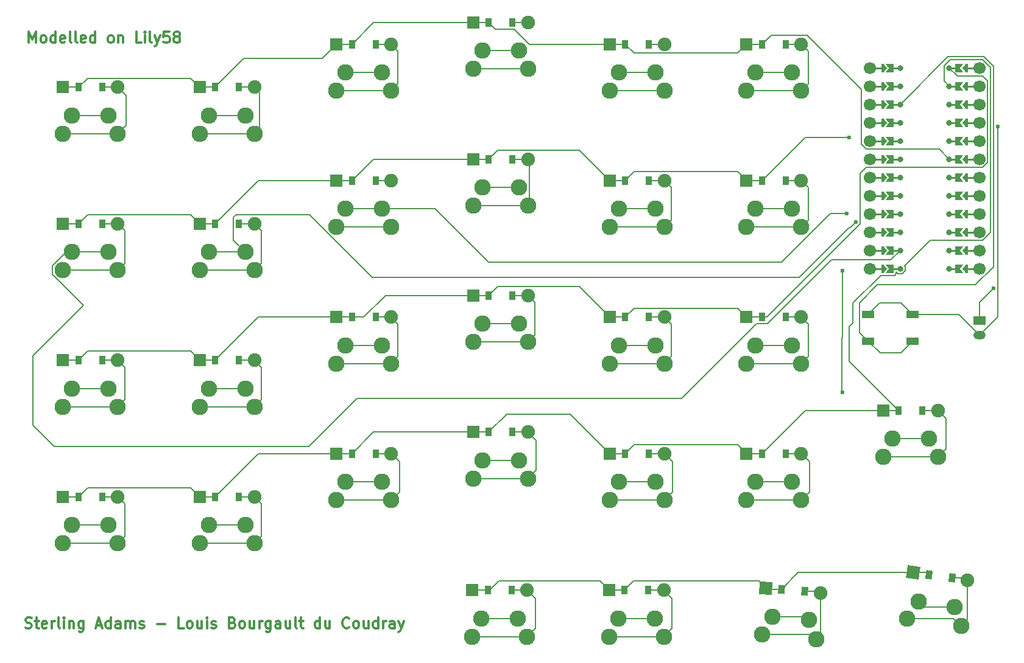
<source format=gbr>
%TF.GenerationSoftware,KiCad,Pcbnew,9.0.5*%
%TF.CreationDate,2025-11-01T14:53:46+08:00*%
%TF.ProjectId,main,6d61696e-2e6b-4696-9361-645f70636258,v1.0.0*%
%TF.SameCoordinates,Original*%
%TF.FileFunction,Copper,L1,Top*%
%TF.FilePolarity,Positive*%
%FSLAX46Y46*%
G04 Gerber Fmt 4.6, Leading zero omitted, Abs format (unit mm)*
G04 Created by KiCad (PCBNEW 9.0.5) date 2025-11-01 14:53:46*
%MOMM*%
%LPD*%
G01*
G04 APERTURE LIST*
G04 Aperture macros list*
%AMRotRect*
0 Rectangle, with rotation*
0 The origin of the aperture is its center*
0 $1 length*
0 $2 width*
0 $3 Rotation angle, in degrees counterclockwise*
0 Add horizontal line*
21,1,$1,$2,0,0,$3*%
%AMFreePoly0*
4,1,6,0.250000,0.000000,-0.250000,-0.625000,-0.500000,-0.625000,-0.500000,0.625000,-0.250000,0.625000,0.250000,0.000000,0.250000,0.000000,$1*%
%AMFreePoly1*
4,1,6,0.500000,-0.625000,-0.650000,-0.625000,-0.150000,0.000000,-0.650000,0.625000,0.500000,0.625000,0.500000,-0.625000,0.500000,-0.625000,$1*%
G04 Aperture macros list end*
%ADD10C,0.300000*%
%TA.AperFunction,NonConductor*%
%ADD11C,0.300000*%
%TD*%
%TA.AperFunction,SMDPad,CuDef*%
%ADD12R,1.800000X1.100000*%
%TD*%
%TA.AperFunction,ComponentPad*%
%ADD13C,2.286000*%
%TD*%
%TA.AperFunction,ComponentPad*%
%ADD14R,1.778000X1.778000*%
%TD*%
%TA.AperFunction,SMDPad,CuDef*%
%ADD15R,0.900000X1.200000*%
%TD*%
%TA.AperFunction,ComponentPad*%
%ADD16C,1.905000*%
%TD*%
%TA.AperFunction,ComponentPad*%
%ADD17RotRect,1.778000X1.778000X352.000000*%
%TD*%
%TA.AperFunction,SMDPad,CuDef*%
%ADD18RotRect,0.900000X1.200000X352.000000*%
%TD*%
%TA.AperFunction,SMDPad,CuDef*%
%ADD19FreePoly0,180.000000*%
%TD*%
%TA.AperFunction,ComponentPad*%
%ADD20C,1.700000*%
%TD*%
%TA.AperFunction,SMDPad,CuDef*%
%ADD21FreePoly0,0.000000*%
%TD*%
%TA.AperFunction,ComponentPad*%
%ADD22C,0.800000*%
%TD*%
%TA.AperFunction,SMDPad,CuDef*%
%ADD23FreePoly1,180.000000*%
%TD*%
%TA.AperFunction,SMDPad,CuDef*%
%ADD24FreePoly1,0.000000*%
%TD*%
%TA.AperFunction,ComponentPad*%
%ADD25R,1.700000X1.200000*%
%TD*%
%TA.AperFunction,ComponentPad*%
%ADD26O,1.700000X1.200000*%
%TD*%
%TA.AperFunction,ComponentPad*%
%ADD27RotRect,1.778000X1.778000X355.000000*%
%TD*%
%TA.AperFunction,SMDPad,CuDef*%
%ADD28RotRect,0.900000X1.200000X355.000000*%
%TD*%
%TA.AperFunction,ViaPad*%
%ADD29C,0.600000*%
%TD*%
%TA.AperFunction,Conductor*%
%ADD30C,0.200000*%
%TD*%
%TA.AperFunction,Conductor*%
%ADD31C,0.250000*%
%TD*%
G04 APERTURE END LIST*
D10*
D11*
X21054510Y-23300828D02*
X21054510Y-21800828D01*
X21054510Y-21800828D02*
X21554510Y-22872257D01*
X21554510Y-22872257D02*
X22054510Y-21800828D01*
X22054510Y-21800828D02*
X22054510Y-23300828D01*
X22983082Y-23300828D02*
X22840225Y-23229400D01*
X22840225Y-23229400D02*
X22768796Y-23157971D01*
X22768796Y-23157971D02*
X22697368Y-23015114D01*
X22697368Y-23015114D02*
X22697368Y-22586542D01*
X22697368Y-22586542D02*
X22768796Y-22443685D01*
X22768796Y-22443685D02*
X22840225Y-22372257D01*
X22840225Y-22372257D02*
X22983082Y-22300828D01*
X22983082Y-22300828D02*
X23197368Y-22300828D01*
X23197368Y-22300828D02*
X23340225Y-22372257D01*
X23340225Y-22372257D02*
X23411654Y-22443685D01*
X23411654Y-22443685D02*
X23483082Y-22586542D01*
X23483082Y-22586542D02*
X23483082Y-23015114D01*
X23483082Y-23015114D02*
X23411654Y-23157971D01*
X23411654Y-23157971D02*
X23340225Y-23229400D01*
X23340225Y-23229400D02*
X23197368Y-23300828D01*
X23197368Y-23300828D02*
X22983082Y-23300828D01*
X24768797Y-23300828D02*
X24768797Y-21800828D01*
X24768797Y-23229400D02*
X24625939Y-23300828D01*
X24625939Y-23300828D02*
X24340225Y-23300828D01*
X24340225Y-23300828D02*
X24197368Y-23229400D01*
X24197368Y-23229400D02*
X24125939Y-23157971D01*
X24125939Y-23157971D02*
X24054511Y-23015114D01*
X24054511Y-23015114D02*
X24054511Y-22586542D01*
X24054511Y-22586542D02*
X24125939Y-22443685D01*
X24125939Y-22443685D02*
X24197368Y-22372257D01*
X24197368Y-22372257D02*
X24340225Y-22300828D01*
X24340225Y-22300828D02*
X24625939Y-22300828D01*
X24625939Y-22300828D02*
X24768797Y-22372257D01*
X26054511Y-23229400D02*
X25911654Y-23300828D01*
X25911654Y-23300828D02*
X25625940Y-23300828D01*
X25625940Y-23300828D02*
X25483082Y-23229400D01*
X25483082Y-23229400D02*
X25411654Y-23086542D01*
X25411654Y-23086542D02*
X25411654Y-22515114D01*
X25411654Y-22515114D02*
X25483082Y-22372257D01*
X25483082Y-22372257D02*
X25625940Y-22300828D01*
X25625940Y-22300828D02*
X25911654Y-22300828D01*
X25911654Y-22300828D02*
X26054511Y-22372257D01*
X26054511Y-22372257D02*
X26125940Y-22515114D01*
X26125940Y-22515114D02*
X26125940Y-22657971D01*
X26125940Y-22657971D02*
X25411654Y-22800828D01*
X26983082Y-23300828D02*
X26840225Y-23229400D01*
X26840225Y-23229400D02*
X26768796Y-23086542D01*
X26768796Y-23086542D02*
X26768796Y-21800828D01*
X27768796Y-23300828D02*
X27625939Y-23229400D01*
X27625939Y-23229400D02*
X27554510Y-23086542D01*
X27554510Y-23086542D02*
X27554510Y-21800828D01*
X28911653Y-23229400D02*
X28768796Y-23300828D01*
X28768796Y-23300828D02*
X28483082Y-23300828D01*
X28483082Y-23300828D02*
X28340224Y-23229400D01*
X28340224Y-23229400D02*
X28268796Y-23086542D01*
X28268796Y-23086542D02*
X28268796Y-22515114D01*
X28268796Y-22515114D02*
X28340224Y-22372257D01*
X28340224Y-22372257D02*
X28483082Y-22300828D01*
X28483082Y-22300828D02*
X28768796Y-22300828D01*
X28768796Y-22300828D02*
X28911653Y-22372257D01*
X28911653Y-22372257D02*
X28983082Y-22515114D01*
X28983082Y-22515114D02*
X28983082Y-22657971D01*
X28983082Y-22657971D02*
X28268796Y-22800828D01*
X30268796Y-23300828D02*
X30268796Y-21800828D01*
X30268796Y-23229400D02*
X30125938Y-23300828D01*
X30125938Y-23300828D02*
X29840224Y-23300828D01*
X29840224Y-23300828D02*
X29697367Y-23229400D01*
X29697367Y-23229400D02*
X29625938Y-23157971D01*
X29625938Y-23157971D02*
X29554510Y-23015114D01*
X29554510Y-23015114D02*
X29554510Y-22586542D01*
X29554510Y-22586542D02*
X29625938Y-22443685D01*
X29625938Y-22443685D02*
X29697367Y-22372257D01*
X29697367Y-22372257D02*
X29840224Y-22300828D01*
X29840224Y-22300828D02*
X30125938Y-22300828D01*
X30125938Y-22300828D02*
X30268796Y-22372257D01*
X32340224Y-23300828D02*
X32197367Y-23229400D01*
X32197367Y-23229400D02*
X32125938Y-23157971D01*
X32125938Y-23157971D02*
X32054510Y-23015114D01*
X32054510Y-23015114D02*
X32054510Y-22586542D01*
X32054510Y-22586542D02*
X32125938Y-22443685D01*
X32125938Y-22443685D02*
X32197367Y-22372257D01*
X32197367Y-22372257D02*
X32340224Y-22300828D01*
X32340224Y-22300828D02*
X32554510Y-22300828D01*
X32554510Y-22300828D02*
X32697367Y-22372257D01*
X32697367Y-22372257D02*
X32768796Y-22443685D01*
X32768796Y-22443685D02*
X32840224Y-22586542D01*
X32840224Y-22586542D02*
X32840224Y-23015114D01*
X32840224Y-23015114D02*
X32768796Y-23157971D01*
X32768796Y-23157971D02*
X32697367Y-23229400D01*
X32697367Y-23229400D02*
X32554510Y-23300828D01*
X32554510Y-23300828D02*
X32340224Y-23300828D01*
X33483081Y-22300828D02*
X33483081Y-23300828D01*
X33483081Y-22443685D02*
X33554510Y-22372257D01*
X33554510Y-22372257D02*
X33697367Y-22300828D01*
X33697367Y-22300828D02*
X33911653Y-22300828D01*
X33911653Y-22300828D02*
X34054510Y-22372257D01*
X34054510Y-22372257D02*
X34125939Y-22515114D01*
X34125939Y-22515114D02*
X34125939Y-23300828D01*
X36697367Y-23300828D02*
X35983081Y-23300828D01*
X35983081Y-23300828D02*
X35983081Y-21800828D01*
X37197367Y-23300828D02*
X37197367Y-22300828D01*
X37197367Y-21800828D02*
X37125939Y-21872257D01*
X37125939Y-21872257D02*
X37197367Y-21943685D01*
X37197367Y-21943685D02*
X37268796Y-21872257D01*
X37268796Y-21872257D02*
X37197367Y-21800828D01*
X37197367Y-21800828D02*
X37197367Y-21943685D01*
X38125939Y-23300828D02*
X37983082Y-23229400D01*
X37983082Y-23229400D02*
X37911653Y-23086542D01*
X37911653Y-23086542D02*
X37911653Y-21800828D01*
X38554510Y-22300828D02*
X38911653Y-23300828D01*
X39268796Y-22300828D02*
X38911653Y-23300828D01*
X38911653Y-23300828D02*
X38768796Y-23657971D01*
X38768796Y-23657971D02*
X38697367Y-23729400D01*
X38697367Y-23729400D02*
X38554510Y-23800828D01*
X40554510Y-21800828D02*
X39840224Y-21800828D01*
X39840224Y-21800828D02*
X39768796Y-22515114D01*
X39768796Y-22515114D02*
X39840224Y-22443685D01*
X39840224Y-22443685D02*
X39983082Y-22372257D01*
X39983082Y-22372257D02*
X40340224Y-22372257D01*
X40340224Y-22372257D02*
X40483082Y-22443685D01*
X40483082Y-22443685D02*
X40554510Y-22515114D01*
X40554510Y-22515114D02*
X40625939Y-22657971D01*
X40625939Y-22657971D02*
X40625939Y-23015114D01*
X40625939Y-23015114D02*
X40554510Y-23157971D01*
X40554510Y-23157971D02*
X40483082Y-23229400D01*
X40483082Y-23229400D02*
X40340224Y-23300828D01*
X40340224Y-23300828D02*
X39983082Y-23300828D01*
X39983082Y-23300828D02*
X39840224Y-23229400D01*
X39840224Y-23229400D02*
X39768796Y-23157971D01*
X41483081Y-22443685D02*
X41340224Y-22372257D01*
X41340224Y-22372257D02*
X41268795Y-22300828D01*
X41268795Y-22300828D02*
X41197367Y-22157971D01*
X41197367Y-22157971D02*
X41197367Y-22086542D01*
X41197367Y-22086542D02*
X41268795Y-21943685D01*
X41268795Y-21943685D02*
X41340224Y-21872257D01*
X41340224Y-21872257D02*
X41483081Y-21800828D01*
X41483081Y-21800828D02*
X41768795Y-21800828D01*
X41768795Y-21800828D02*
X41911653Y-21872257D01*
X41911653Y-21872257D02*
X41983081Y-21943685D01*
X41983081Y-21943685D02*
X42054510Y-22086542D01*
X42054510Y-22086542D02*
X42054510Y-22157971D01*
X42054510Y-22157971D02*
X41983081Y-22300828D01*
X41983081Y-22300828D02*
X41911653Y-22372257D01*
X41911653Y-22372257D02*
X41768795Y-22443685D01*
X41768795Y-22443685D02*
X41483081Y-22443685D01*
X41483081Y-22443685D02*
X41340224Y-22515114D01*
X41340224Y-22515114D02*
X41268795Y-22586542D01*
X41268795Y-22586542D02*
X41197367Y-22729400D01*
X41197367Y-22729400D02*
X41197367Y-23015114D01*
X41197367Y-23015114D02*
X41268795Y-23157971D01*
X41268795Y-23157971D02*
X41340224Y-23229400D01*
X41340224Y-23229400D02*
X41483081Y-23300828D01*
X41483081Y-23300828D02*
X41768795Y-23300828D01*
X41768795Y-23300828D02*
X41911653Y-23229400D01*
X41911653Y-23229400D02*
X41983081Y-23157971D01*
X41983081Y-23157971D02*
X42054510Y-23015114D01*
X42054510Y-23015114D02*
X42054510Y-22729400D01*
X42054510Y-22729400D02*
X41983081Y-22586542D01*
X41983081Y-22586542D02*
X41911653Y-22515114D01*
X41911653Y-22515114D02*
X41768795Y-22443685D01*
D10*
D11*
X20583082Y-104729400D02*
X20797368Y-104800828D01*
X20797368Y-104800828D02*
X21154510Y-104800828D01*
X21154510Y-104800828D02*
X21297368Y-104729400D01*
X21297368Y-104729400D02*
X21368796Y-104657971D01*
X21368796Y-104657971D02*
X21440225Y-104515114D01*
X21440225Y-104515114D02*
X21440225Y-104372257D01*
X21440225Y-104372257D02*
X21368796Y-104229400D01*
X21368796Y-104229400D02*
X21297368Y-104157971D01*
X21297368Y-104157971D02*
X21154510Y-104086542D01*
X21154510Y-104086542D02*
X20868796Y-104015114D01*
X20868796Y-104015114D02*
X20725939Y-103943685D01*
X20725939Y-103943685D02*
X20654510Y-103872257D01*
X20654510Y-103872257D02*
X20583082Y-103729400D01*
X20583082Y-103729400D02*
X20583082Y-103586542D01*
X20583082Y-103586542D02*
X20654510Y-103443685D01*
X20654510Y-103443685D02*
X20725939Y-103372257D01*
X20725939Y-103372257D02*
X20868796Y-103300828D01*
X20868796Y-103300828D02*
X21225939Y-103300828D01*
X21225939Y-103300828D02*
X21440225Y-103372257D01*
X21868796Y-103800828D02*
X22440224Y-103800828D01*
X22083081Y-103300828D02*
X22083081Y-104586542D01*
X22083081Y-104586542D02*
X22154510Y-104729400D01*
X22154510Y-104729400D02*
X22297367Y-104800828D01*
X22297367Y-104800828D02*
X22440224Y-104800828D01*
X23511653Y-104729400D02*
X23368796Y-104800828D01*
X23368796Y-104800828D02*
X23083082Y-104800828D01*
X23083082Y-104800828D02*
X22940224Y-104729400D01*
X22940224Y-104729400D02*
X22868796Y-104586542D01*
X22868796Y-104586542D02*
X22868796Y-104015114D01*
X22868796Y-104015114D02*
X22940224Y-103872257D01*
X22940224Y-103872257D02*
X23083082Y-103800828D01*
X23083082Y-103800828D02*
X23368796Y-103800828D01*
X23368796Y-103800828D02*
X23511653Y-103872257D01*
X23511653Y-103872257D02*
X23583082Y-104015114D01*
X23583082Y-104015114D02*
X23583082Y-104157971D01*
X23583082Y-104157971D02*
X22868796Y-104300828D01*
X24225938Y-104800828D02*
X24225938Y-103800828D01*
X24225938Y-104086542D02*
X24297367Y-103943685D01*
X24297367Y-103943685D02*
X24368796Y-103872257D01*
X24368796Y-103872257D02*
X24511653Y-103800828D01*
X24511653Y-103800828D02*
X24654510Y-103800828D01*
X25368795Y-104800828D02*
X25225938Y-104729400D01*
X25225938Y-104729400D02*
X25154509Y-104586542D01*
X25154509Y-104586542D02*
X25154509Y-103300828D01*
X25940223Y-104800828D02*
X25940223Y-103800828D01*
X25940223Y-103300828D02*
X25868795Y-103372257D01*
X25868795Y-103372257D02*
X25940223Y-103443685D01*
X25940223Y-103443685D02*
X26011652Y-103372257D01*
X26011652Y-103372257D02*
X25940223Y-103300828D01*
X25940223Y-103300828D02*
X25940223Y-103443685D01*
X26654509Y-103800828D02*
X26654509Y-104800828D01*
X26654509Y-103943685D02*
X26725938Y-103872257D01*
X26725938Y-103872257D02*
X26868795Y-103800828D01*
X26868795Y-103800828D02*
X27083081Y-103800828D01*
X27083081Y-103800828D02*
X27225938Y-103872257D01*
X27225938Y-103872257D02*
X27297367Y-104015114D01*
X27297367Y-104015114D02*
X27297367Y-104800828D01*
X28654510Y-103800828D02*
X28654510Y-105015114D01*
X28654510Y-105015114D02*
X28583081Y-105157971D01*
X28583081Y-105157971D02*
X28511652Y-105229400D01*
X28511652Y-105229400D02*
X28368795Y-105300828D01*
X28368795Y-105300828D02*
X28154510Y-105300828D01*
X28154510Y-105300828D02*
X28011652Y-105229400D01*
X28654510Y-104729400D02*
X28511652Y-104800828D01*
X28511652Y-104800828D02*
X28225938Y-104800828D01*
X28225938Y-104800828D02*
X28083081Y-104729400D01*
X28083081Y-104729400D02*
X28011652Y-104657971D01*
X28011652Y-104657971D02*
X27940224Y-104515114D01*
X27940224Y-104515114D02*
X27940224Y-104086542D01*
X27940224Y-104086542D02*
X28011652Y-103943685D01*
X28011652Y-103943685D02*
X28083081Y-103872257D01*
X28083081Y-103872257D02*
X28225938Y-103800828D01*
X28225938Y-103800828D02*
X28511652Y-103800828D01*
X28511652Y-103800828D02*
X28654510Y-103872257D01*
X30440224Y-104372257D02*
X31154510Y-104372257D01*
X30297367Y-104800828D02*
X30797367Y-103300828D01*
X30797367Y-103300828D02*
X31297367Y-104800828D01*
X32440224Y-104800828D02*
X32440224Y-103300828D01*
X32440224Y-104729400D02*
X32297366Y-104800828D01*
X32297366Y-104800828D02*
X32011652Y-104800828D01*
X32011652Y-104800828D02*
X31868795Y-104729400D01*
X31868795Y-104729400D02*
X31797366Y-104657971D01*
X31797366Y-104657971D02*
X31725938Y-104515114D01*
X31725938Y-104515114D02*
X31725938Y-104086542D01*
X31725938Y-104086542D02*
X31797366Y-103943685D01*
X31797366Y-103943685D02*
X31868795Y-103872257D01*
X31868795Y-103872257D02*
X32011652Y-103800828D01*
X32011652Y-103800828D02*
X32297366Y-103800828D01*
X32297366Y-103800828D02*
X32440224Y-103872257D01*
X33797367Y-104800828D02*
X33797367Y-104015114D01*
X33797367Y-104015114D02*
X33725938Y-103872257D01*
X33725938Y-103872257D02*
X33583081Y-103800828D01*
X33583081Y-103800828D02*
X33297367Y-103800828D01*
X33297367Y-103800828D02*
X33154509Y-103872257D01*
X33797367Y-104729400D02*
X33654509Y-104800828D01*
X33654509Y-104800828D02*
X33297367Y-104800828D01*
X33297367Y-104800828D02*
X33154509Y-104729400D01*
X33154509Y-104729400D02*
X33083081Y-104586542D01*
X33083081Y-104586542D02*
X33083081Y-104443685D01*
X33083081Y-104443685D02*
X33154509Y-104300828D01*
X33154509Y-104300828D02*
X33297367Y-104229400D01*
X33297367Y-104229400D02*
X33654509Y-104229400D01*
X33654509Y-104229400D02*
X33797367Y-104157971D01*
X34511652Y-104800828D02*
X34511652Y-103800828D01*
X34511652Y-103943685D02*
X34583081Y-103872257D01*
X34583081Y-103872257D02*
X34725938Y-103800828D01*
X34725938Y-103800828D02*
X34940224Y-103800828D01*
X34940224Y-103800828D02*
X35083081Y-103872257D01*
X35083081Y-103872257D02*
X35154510Y-104015114D01*
X35154510Y-104015114D02*
X35154510Y-104800828D01*
X35154510Y-104015114D02*
X35225938Y-103872257D01*
X35225938Y-103872257D02*
X35368795Y-103800828D01*
X35368795Y-103800828D02*
X35583081Y-103800828D01*
X35583081Y-103800828D02*
X35725938Y-103872257D01*
X35725938Y-103872257D02*
X35797367Y-104015114D01*
X35797367Y-104015114D02*
X35797367Y-104800828D01*
X36440224Y-104729400D02*
X36583081Y-104800828D01*
X36583081Y-104800828D02*
X36868795Y-104800828D01*
X36868795Y-104800828D02*
X37011652Y-104729400D01*
X37011652Y-104729400D02*
X37083081Y-104586542D01*
X37083081Y-104586542D02*
X37083081Y-104515114D01*
X37083081Y-104515114D02*
X37011652Y-104372257D01*
X37011652Y-104372257D02*
X36868795Y-104300828D01*
X36868795Y-104300828D02*
X36654510Y-104300828D01*
X36654510Y-104300828D02*
X36511652Y-104229400D01*
X36511652Y-104229400D02*
X36440224Y-104086542D01*
X36440224Y-104086542D02*
X36440224Y-104015114D01*
X36440224Y-104015114D02*
X36511652Y-103872257D01*
X36511652Y-103872257D02*
X36654510Y-103800828D01*
X36654510Y-103800828D02*
X36868795Y-103800828D01*
X36868795Y-103800828D02*
X37011652Y-103872257D01*
X38868795Y-104229400D02*
X40011653Y-104229400D01*
X42583081Y-104800828D02*
X41868795Y-104800828D01*
X41868795Y-104800828D02*
X41868795Y-103300828D01*
X43297367Y-104800828D02*
X43154510Y-104729400D01*
X43154510Y-104729400D02*
X43083081Y-104657971D01*
X43083081Y-104657971D02*
X43011653Y-104515114D01*
X43011653Y-104515114D02*
X43011653Y-104086542D01*
X43011653Y-104086542D02*
X43083081Y-103943685D01*
X43083081Y-103943685D02*
X43154510Y-103872257D01*
X43154510Y-103872257D02*
X43297367Y-103800828D01*
X43297367Y-103800828D02*
X43511653Y-103800828D01*
X43511653Y-103800828D02*
X43654510Y-103872257D01*
X43654510Y-103872257D02*
X43725939Y-103943685D01*
X43725939Y-103943685D02*
X43797367Y-104086542D01*
X43797367Y-104086542D02*
X43797367Y-104515114D01*
X43797367Y-104515114D02*
X43725939Y-104657971D01*
X43725939Y-104657971D02*
X43654510Y-104729400D01*
X43654510Y-104729400D02*
X43511653Y-104800828D01*
X43511653Y-104800828D02*
X43297367Y-104800828D01*
X45083082Y-103800828D02*
X45083082Y-104800828D01*
X44440224Y-103800828D02*
X44440224Y-104586542D01*
X44440224Y-104586542D02*
X44511653Y-104729400D01*
X44511653Y-104729400D02*
X44654510Y-104800828D01*
X44654510Y-104800828D02*
X44868796Y-104800828D01*
X44868796Y-104800828D02*
X45011653Y-104729400D01*
X45011653Y-104729400D02*
X45083082Y-104657971D01*
X45797367Y-104800828D02*
X45797367Y-103800828D01*
X45797367Y-103300828D02*
X45725939Y-103372257D01*
X45725939Y-103372257D02*
X45797367Y-103443685D01*
X45797367Y-103443685D02*
X45868796Y-103372257D01*
X45868796Y-103372257D02*
X45797367Y-103300828D01*
X45797367Y-103300828D02*
X45797367Y-103443685D01*
X46440225Y-104729400D02*
X46583082Y-104800828D01*
X46583082Y-104800828D02*
X46868796Y-104800828D01*
X46868796Y-104800828D02*
X47011653Y-104729400D01*
X47011653Y-104729400D02*
X47083082Y-104586542D01*
X47083082Y-104586542D02*
X47083082Y-104515114D01*
X47083082Y-104515114D02*
X47011653Y-104372257D01*
X47011653Y-104372257D02*
X46868796Y-104300828D01*
X46868796Y-104300828D02*
X46654511Y-104300828D01*
X46654511Y-104300828D02*
X46511653Y-104229400D01*
X46511653Y-104229400D02*
X46440225Y-104086542D01*
X46440225Y-104086542D02*
X46440225Y-104015114D01*
X46440225Y-104015114D02*
X46511653Y-103872257D01*
X46511653Y-103872257D02*
X46654511Y-103800828D01*
X46654511Y-103800828D02*
X46868796Y-103800828D01*
X46868796Y-103800828D02*
X47011653Y-103872257D01*
X49368796Y-104015114D02*
X49583082Y-104086542D01*
X49583082Y-104086542D02*
X49654511Y-104157971D01*
X49654511Y-104157971D02*
X49725939Y-104300828D01*
X49725939Y-104300828D02*
X49725939Y-104515114D01*
X49725939Y-104515114D02*
X49654511Y-104657971D01*
X49654511Y-104657971D02*
X49583082Y-104729400D01*
X49583082Y-104729400D02*
X49440225Y-104800828D01*
X49440225Y-104800828D02*
X48868796Y-104800828D01*
X48868796Y-104800828D02*
X48868796Y-103300828D01*
X48868796Y-103300828D02*
X49368796Y-103300828D01*
X49368796Y-103300828D02*
X49511654Y-103372257D01*
X49511654Y-103372257D02*
X49583082Y-103443685D01*
X49583082Y-103443685D02*
X49654511Y-103586542D01*
X49654511Y-103586542D02*
X49654511Y-103729400D01*
X49654511Y-103729400D02*
X49583082Y-103872257D01*
X49583082Y-103872257D02*
X49511654Y-103943685D01*
X49511654Y-103943685D02*
X49368796Y-104015114D01*
X49368796Y-104015114D02*
X48868796Y-104015114D01*
X50583082Y-104800828D02*
X50440225Y-104729400D01*
X50440225Y-104729400D02*
X50368796Y-104657971D01*
X50368796Y-104657971D02*
X50297368Y-104515114D01*
X50297368Y-104515114D02*
X50297368Y-104086542D01*
X50297368Y-104086542D02*
X50368796Y-103943685D01*
X50368796Y-103943685D02*
X50440225Y-103872257D01*
X50440225Y-103872257D02*
X50583082Y-103800828D01*
X50583082Y-103800828D02*
X50797368Y-103800828D01*
X50797368Y-103800828D02*
X50940225Y-103872257D01*
X50940225Y-103872257D02*
X51011654Y-103943685D01*
X51011654Y-103943685D02*
X51083082Y-104086542D01*
X51083082Y-104086542D02*
X51083082Y-104515114D01*
X51083082Y-104515114D02*
X51011654Y-104657971D01*
X51011654Y-104657971D02*
X50940225Y-104729400D01*
X50940225Y-104729400D02*
X50797368Y-104800828D01*
X50797368Y-104800828D02*
X50583082Y-104800828D01*
X52368797Y-103800828D02*
X52368797Y-104800828D01*
X51725939Y-103800828D02*
X51725939Y-104586542D01*
X51725939Y-104586542D02*
X51797368Y-104729400D01*
X51797368Y-104729400D02*
X51940225Y-104800828D01*
X51940225Y-104800828D02*
X52154511Y-104800828D01*
X52154511Y-104800828D02*
X52297368Y-104729400D01*
X52297368Y-104729400D02*
X52368797Y-104657971D01*
X53083082Y-104800828D02*
X53083082Y-103800828D01*
X53083082Y-104086542D02*
X53154511Y-103943685D01*
X53154511Y-103943685D02*
X53225940Y-103872257D01*
X53225940Y-103872257D02*
X53368797Y-103800828D01*
X53368797Y-103800828D02*
X53511654Y-103800828D01*
X54654511Y-103800828D02*
X54654511Y-105015114D01*
X54654511Y-105015114D02*
X54583082Y-105157971D01*
X54583082Y-105157971D02*
X54511653Y-105229400D01*
X54511653Y-105229400D02*
X54368796Y-105300828D01*
X54368796Y-105300828D02*
X54154511Y-105300828D01*
X54154511Y-105300828D02*
X54011653Y-105229400D01*
X54654511Y-104729400D02*
X54511653Y-104800828D01*
X54511653Y-104800828D02*
X54225939Y-104800828D01*
X54225939Y-104800828D02*
X54083082Y-104729400D01*
X54083082Y-104729400D02*
X54011653Y-104657971D01*
X54011653Y-104657971D02*
X53940225Y-104515114D01*
X53940225Y-104515114D02*
X53940225Y-104086542D01*
X53940225Y-104086542D02*
X54011653Y-103943685D01*
X54011653Y-103943685D02*
X54083082Y-103872257D01*
X54083082Y-103872257D02*
X54225939Y-103800828D01*
X54225939Y-103800828D02*
X54511653Y-103800828D01*
X54511653Y-103800828D02*
X54654511Y-103872257D01*
X56011654Y-104800828D02*
X56011654Y-104015114D01*
X56011654Y-104015114D02*
X55940225Y-103872257D01*
X55940225Y-103872257D02*
X55797368Y-103800828D01*
X55797368Y-103800828D02*
X55511654Y-103800828D01*
X55511654Y-103800828D02*
X55368796Y-103872257D01*
X56011654Y-104729400D02*
X55868796Y-104800828D01*
X55868796Y-104800828D02*
X55511654Y-104800828D01*
X55511654Y-104800828D02*
X55368796Y-104729400D01*
X55368796Y-104729400D02*
X55297368Y-104586542D01*
X55297368Y-104586542D02*
X55297368Y-104443685D01*
X55297368Y-104443685D02*
X55368796Y-104300828D01*
X55368796Y-104300828D02*
X55511654Y-104229400D01*
X55511654Y-104229400D02*
X55868796Y-104229400D01*
X55868796Y-104229400D02*
X56011654Y-104157971D01*
X57368797Y-103800828D02*
X57368797Y-104800828D01*
X56725939Y-103800828D02*
X56725939Y-104586542D01*
X56725939Y-104586542D02*
X56797368Y-104729400D01*
X56797368Y-104729400D02*
X56940225Y-104800828D01*
X56940225Y-104800828D02*
X57154511Y-104800828D01*
X57154511Y-104800828D02*
X57297368Y-104729400D01*
X57297368Y-104729400D02*
X57368797Y-104657971D01*
X58297368Y-104800828D02*
X58154511Y-104729400D01*
X58154511Y-104729400D02*
X58083082Y-104586542D01*
X58083082Y-104586542D02*
X58083082Y-103300828D01*
X58654511Y-103800828D02*
X59225939Y-103800828D01*
X58868796Y-103300828D02*
X58868796Y-104586542D01*
X58868796Y-104586542D02*
X58940225Y-104729400D01*
X58940225Y-104729400D02*
X59083082Y-104800828D01*
X59083082Y-104800828D02*
X59225939Y-104800828D01*
X61511654Y-104800828D02*
X61511654Y-103300828D01*
X61511654Y-104729400D02*
X61368796Y-104800828D01*
X61368796Y-104800828D02*
X61083082Y-104800828D01*
X61083082Y-104800828D02*
X60940225Y-104729400D01*
X60940225Y-104729400D02*
X60868796Y-104657971D01*
X60868796Y-104657971D02*
X60797368Y-104515114D01*
X60797368Y-104515114D02*
X60797368Y-104086542D01*
X60797368Y-104086542D02*
X60868796Y-103943685D01*
X60868796Y-103943685D02*
X60940225Y-103872257D01*
X60940225Y-103872257D02*
X61083082Y-103800828D01*
X61083082Y-103800828D02*
X61368796Y-103800828D01*
X61368796Y-103800828D02*
X61511654Y-103872257D01*
X62868797Y-103800828D02*
X62868797Y-104800828D01*
X62225939Y-103800828D02*
X62225939Y-104586542D01*
X62225939Y-104586542D02*
X62297368Y-104729400D01*
X62297368Y-104729400D02*
X62440225Y-104800828D01*
X62440225Y-104800828D02*
X62654511Y-104800828D01*
X62654511Y-104800828D02*
X62797368Y-104729400D01*
X62797368Y-104729400D02*
X62868797Y-104657971D01*
X65583082Y-104657971D02*
X65511654Y-104729400D01*
X65511654Y-104729400D02*
X65297368Y-104800828D01*
X65297368Y-104800828D02*
X65154511Y-104800828D01*
X65154511Y-104800828D02*
X64940225Y-104729400D01*
X64940225Y-104729400D02*
X64797368Y-104586542D01*
X64797368Y-104586542D02*
X64725939Y-104443685D01*
X64725939Y-104443685D02*
X64654511Y-104157971D01*
X64654511Y-104157971D02*
X64654511Y-103943685D01*
X64654511Y-103943685D02*
X64725939Y-103657971D01*
X64725939Y-103657971D02*
X64797368Y-103515114D01*
X64797368Y-103515114D02*
X64940225Y-103372257D01*
X64940225Y-103372257D02*
X65154511Y-103300828D01*
X65154511Y-103300828D02*
X65297368Y-103300828D01*
X65297368Y-103300828D02*
X65511654Y-103372257D01*
X65511654Y-103372257D02*
X65583082Y-103443685D01*
X66440225Y-104800828D02*
X66297368Y-104729400D01*
X66297368Y-104729400D02*
X66225939Y-104657971D01*
X66225939Y-104657971D02*
X66154511Y-104515114D01*
X66154511Y-104515114D02*
X66154511Y-104086542D01*
X66154511Y-104086542D02*
X66225939Y-103943685D01*
X66225939Y-103943685D02*
X66297368Y-103872257D01*
X66297368Y-103872257D02*
X66440225Y-103800828D01*
X66440225Y-103800828D02*
X66654511Y-103800828D01*
X66654511Y-103800828D02*
X66797368Y-103872257D01*
X66797368Y-103872257D02*
X66868797Y-103943685D01*
X66868797Y-103943685D02*
X66940225Y-104086542D01*
X66940225Y-104086542D02*
X66940225Y-104515114D01*
X66940225Y-104515114D02*
X66868797Y-104657971D01*
X66868797Y-104657971D02*
X66797368Y-104729400D01*
X66797368Y-104729400D02*
X66654511Y-104800828D01*
X66654511Y-104800828D02*
X66440225Y-104800828D01*
X68225940Y-103800828D02*
X68225940Y-104800828D01*
X67583082Y-103800828D02*
X67583082Y-104586542D01*
X67583082Y-104586542D02*
X67654511Y-104729400D01*
X67654511Y-104729400D02*
X67797368Y-104800828D01*
X67797368Y-104800828D02*
X68011654Y-104800828D01*
X68011654Y-104800828D02*
X68154511Y-104729400D01*
X68154511Y-104729400D02*
X68225940Y-104657971D01*
X69583083Y-104800828D02*
X69583083Y-103300828D01*
X69583083Y-104729400D02*
X69440225Y-104800828D01*
X69440225Y-104800828D02*
X69154511Y-104800828D01*
X69154511Y-104800828D02*
X69011654Y-104729400D01*
X69011654Y-104729400D02*
X68940225Y-104657971D01*
X68940225Y-104657971D02*
X68868797Y-104515114D01*
X68868797Y-104515114D02*
X68868797Y-104086542D01*
X68868797Y-104086542D02*
X68940225Y-103943685D01*
X68940225Y-103943685D02*
X69011654Y-103872257D01*
X69011654Y-103872257D02*
X69154511Y-103800828D01*
X69154511Y-103800828D02*
X69440225Y-103800828D01*
X69440225Y-103800828D02*
X69583083Y-103872257D01*
X70297368Y-104800828D02*
X70297368Y-103800828D01*
X70297368Y-104086542D02*
X70368797Y-103943685D01*
X70368797Y-103943685D02*
X70440226Y-103872257D01*
X70440226Y-103872257D02*
X70583083Y-103800828D01*
X70583083Y-103800828D02*
X70725940Y-103800828D01*
X71868797Y-104800828D02*
X71868797Y-104015114D01*
X71868797Y-104015114D02*
X71797368Y-103872257D01*
X71797368Y-103872257D02*
X71654511Y-103800828D01*
X71654511Y-103800828D02*
X71368797Y-103800828D01*
X71368797Y-103800828D02*
X71225939Y-103872257D01*
X71868797Y-104729400D02*
X71725939Y-104800828D01*
X71725939Y-104800828D02*
X71368797Y-104800828D01*
X71368797Y-104800828D02*
X71225939Y-104729400D01*
X71225939Y-104729400D02*
X71154511Y-104586542D01*
X71154511Y-104586542D02*
X71154511Y-104443685D01*
X71154511Y-104443685D02*
X71225939Y-104300828D01*
X71225939Y-104300828D02*
X71368797Y-104229400D01*
X71368797Y-104229400D02*
X71725939Y-104229400D01*
X71725939Y-104229400D02*
X71868797Y-104157971D01*
X72440225Y-103800828D02*
X72797368Y-104800828D01*
X73154511Y-103800828D02*
X72797368Y-104800828D01*
X72797368Y-104800828D02*
X72654511Y-105157971D01*
X72654511Y-105157971D02*
X72583082Y-105229400D01*
X72583082Y-105229400D02*
X72440225Y-105300828D01*
D12*
%TO.P,B1,1*%
%TO.N,GND*%
X137692500Y-61130000D03*
X143892500Y-61130000D03*
%TO.P,B1,2*%
%TO.N,RST*%
X137692500Y-64830000D03*
X143892500Y-64830000D03*
%TD*%
D13*
%TO.P,S11,1*%
%TO.N,P7*%
X65060000Y-46420000D03*
X70140000Y-46420000D03*
%TO.P,S11,2*%
%TO.N,ring_upper*%
X63790000Y-48960000D03*
X71410000Y-48960000D03*
%TD*%
%TO.P,S23,1*%
%TO.N,P10*%
X122060000Y-46420000D03*
X127140000Y-46420000D03*
%TO.P,S23,2*%
%TO.N,inner_upper*%
X120790000Y-48960000D03*
X128410000Y-48960000D03*
%TD*%
D14*
%TO.P,D4,1*%
%TO.N,P3*%
X25790000Y-29500000D03*
D15*
X27950000Y-29500000D03*
%TO.P,D4,2*%
%TO.N,outer_num*%
X31250000Y-29500000D03*
D16*
X33410000Y-29500000D03*
%TD*%
D14*
%TO.P,D2,1*%
%TO.N,P1*%
X25790000Y-67500000D03*
D15*
X27950000Y-67500000D03*
%TO.P,D2,2*%
%TO.N,outer_home*%
X31250000Y-67500000D03*
D16*
X33410000Y-67500000D03*
%TD*%
D14*
%TO.P,D27,1*%
%TO.N,P4*%
X101690000Y-99500000D03*
D15*
X103850000Y-99500000D03*
%TO.P,D27,2*%
%TO.N,2_top*%
X107150000Y-99500000D03*
D16*
X109310000Y-99500000D03*
%TD*%
D13*
%TO.P,S10,1*%
%TO.N,P7*%
X65060000Y-65420000D03*
X70140000Y-65420000D03*
%TO.P,S10,2*%
%TO.N,ring_home*%
X63790000Y-67960000D03*
X71410000Y-67960000D03*
%TD*%
%TO.P,S3,1*%
%TO.N,P16*%
X27060000Y-52420000D03*
X32140000Y-52420000D03*
%TO.P,S3,2*%
%TO.N,outer_upper*%
X25790000Y-54960000D03*
X33410000Y-54960000D03*
%TD*%
%TO.P,S29,1*%
%TO.N,P14*%
X144691718Y-101115942D03*
X149722280Y-101822938D03*
%TO.P,S29,2*%
%TO.N,4_top*%
X143080578Y-103454470D03*
X150626421Y-104514969D03*
%TD*%
%TO.P,S28,1*%
%TO.N,P10*%
X124412417Y-103217955D03*
X129473086Y-103660707D03*
%TO.P,S28,2*%
%TO.N,3_top*%
X122925874Y-105637602D03*
X130516877Y-106301729D03*
%TD*%
D14*
%TO.P,D25,1*%
%TO.N,P0*%
X139790000Y-74500000D03*
D15*
X141950000Y-74500000D03*
%TO.P,D25,2*%
%TO.N,innest_lower*%
X145250000Y-74500000D03*
D16*
X147410000Y-74500000D03*
%TD*%
D17*
%TO.P,D29,1*%
%TO.N,P4*%
X143979637Y-97057336D03*
D18*
X146118616Y-97357951D03*
%TO.P,D29,2*%
%TO.N,4_top*%
X149386500Y-97817223D03*
D16*
X151525479Y-98117838D03*
%TD*%
D13*
%TO.P,S24,1*%
%TO.N,P10*%
X122060000Y-27420000D03*
X127140000Y-27420000D03*
%TO.P,S24,2*%
%TO.N,inner_num*%
X120790000Y-29960000D03*
X128410000Y-29960000D03*
%TD*%
D14*
%TO.P,D8,1*%
%TO.N,P3*%
X44790000Y-29500000D03*
D15*
X46950000Y-29500000D03*
%TO.P,D8,2*%
%TO.N,pinkie_num*%
X50250000Y-29500000D03*
D16*
X52410000Y-29500000D03*
%TD*%
D14*
%TO.P,D9,1*%
%TO.N,P0*%
X63790000Y-80500000D03*
D15*
X65950000Y-80500000D03*
%TO.P,D9,2*%
%TO.N,ring_lower*%
X69250000Y-80500000D03*
D16*
X71410000Y-80500000D03*
%TD*%
D14*
%TO.P,D15,1*%
%TO.N,P2*%
X82790000Y-39500000D03*
D15*
X84950000Y-39500000D03*
%TO.P,D15,2*%
%TO.N,middle_upper*%
X88250000Y-39500000D03*
D16*
X90410000Y-39500000D03*
%TD*%
D14*
%TO.P,D23,1*%
%TO.N,P2*%
X120790000Y-42500000D03*
D15*
X122950000Y-42500000D03*
%TO.P,D23,2*%
%TO.N,inner_upper*%
X126250000Y-42500000D03*
D16*
X128410000Y-42500000D03*
%TD*%
D14*
%TO.P,D7,1*%
%TO.N,P2*%
X44790000Y-48500000D03*
D15*
X46950000Y-48500000D03*
%TO.P,D7,2*%
%TO.N,pinkie_upper*%
X50250000Y-48500000D03*
D16*
X52410000Y-48500000D03*
%TD*%
D14*
%TO.P,D14,1*%
%TO.N,P1*%
X82790000Y-58500000D03*
D15*
X84950000Y-58500000D03*
%TO.P,D14,2*%
%TO.N,middle_home*%
X88250000Y-58500000D03*
D16*
X90410000Y-58500000D03*
%TD*%
D14*
%TO.P,D16,1*%
%TO.N,P3*%
X82790000Y-20500000D03*
D15*
X84950000Y-20500000D03*
%TO.P,D16,2*%
%TO.N,middle_num*%
X88250000Y-20500000D03*
D16*
X90410000Y-20500000D03*
%TD*%
D13*
%TO.P,S18,1*%
%TO.N,P9*%
X103060000Y-65420000D03*
X108140000Y-65420000D03*
%TO.P,S18,2*%
%TO.N,index_home*%
X101790000Y-67960000D03*
X109410000Y-67960000D03*
%TD*%
%TO.P,S15,1*%
%TO.N,P8*%
X84060000Y-43420000D03*
X89140000Y-43420000D03*
%TO.P,S15,2*%
%TO.N,middle_upper*%
X82790000Y-45960000D03*
X90410000Y-45960000D03*
%TD*%
%TO.P,S1,1*%
%TO.N,P16*%
X27060000Y-90420000D03*
X32140000Y-90420000D03*
%TO.P,S1,2*%
%TO.N,outer_lower*%
X25790000Y-92960000D03*
X33410000Y-92960000D03*
%TD*%
%TO.P,S27,1*%
%TO.N,P9*%
X102960000Y-103420000D03*
X108040000Y-103420000D03*
%TO.P,S27,2*%
%TO.N,2_top*%
X101690000Y-105960000D03*
X109310000Y-105960000D03*
%TD*%
%TO.P,S14,1*%
%TO.N,P8*%
X84060000Y-62420000D03*
X89140000Y-62420000D03*
%TO.P,S14,2*%
%TO.N,middle_home*%
X82790000Y-64960000D03*
X90410000Y-64960000D03*
%TD*%
%TO.P,S6,1*%
%TO.N,P6*%
X46060000Y-71420000D03*
X51140000Y-71420000D03*
%TO.P,S6,2*%
%TO.N,pinkie_home*%
X44790000Y-73960000D03*
X52410000Y-73960000D03*
%TD*%
%TO.P,S13,1*%
%TO.N,P8*%
X84060000Y-81420000D03*
X89140000Y-81420000D03*
%TO.P,S13,2*%
%TO.N,middle_lower*%
X82790000Y-83960000D03*
X90410000Y-83960000D03*
%TD*%
%TO.P,S2,1*%
%TO.N,P16*%
X27060000Y-71420000D03*
X32140000Y-71420000D03*
%TO.P,S2,2*%
%TO.N,outer_home*%
X25790000Y-73960000D03*
X33410000Y-73960000D03*
%TD*%
D14*
%TO.P,D17,1*%
%TO.N,P0*%
X101790000Y-80500000D03*
D15*
X103950000Y-80500000D03*
%TO.P,D17,2*%
%TO.N,index_lower*%
X107250000Y-80500000D03*
D16*
X109410000Y-80500000D03*
%TD*%
D19*
%TO.P,MCU1,1*%
%TO.N,MCU1_1*%
X151055000Y-26800000D03*
D20*
X153175000Y-26800000D03*
D19*
%TO.P,MCU1,2*%
%TO.N,MCU1_2*%
X151055000Y-29340000D03*
D20*
X153175000Y-29340000D03*
D19*
%TO.P,MCU1,3*%
%TO.N,MCU1_3*%
X151055000Y-31880000D03*
D20*
X153175000Y-31880000D03*
D19*
%TO.P,MCU1,4*%
%TO.N,MCU1_4*%
X151055000Y-34420000D03*
D20*
X153175000Y-34420000D03*
D19*
%TO.P,MCU1,5*%
%TO.N,MCU1_5*%
X151055000Y-36960000D03*
D20*
X153175000Y-36960000D03*
D19*
%TO.P,MCU1,6*%
%TO.N,MCU1_6*%
X151055000Y-39500000D03*
D20*
X153175000Y-39500000D03*
D19*
%TO.P,MCU1,7*%
%TO.N,MCU1_7*%
X151055000Y-42040000D03*
D20*
X153175000Y-42040000D03*
D19*
%TO.P,MCU1,8*%
%TO.N,MCU1_8*%
X151055000Y-44580000D03*
D20*
X153175000Y-44580000D03*
D19*
%TO.P,MCU1,9*%
%TO.N,MCU1_9*%
X151055000Y-47120000D03*
D20*
X153175000Y-47120000D03*
D19*
%TO.P,MCU1,10*%
%TO.N,MCU1_10*%
X151055000Y-49660000D03*
D20*
X153175000Y-49660000D03*
D19*
%TO.P,MCU1,11*%
%TO.N,MCU1_11*%
X151055000Y-52200000D03*
D20*
X153175000Y-52200000D03*
D19*
%TO.P,MCU1,12*%
%TO.N,MCU1_12*%
X151055000Y-54740000D03*
D20*
X153175000Y-54740000D03*
%TO.P,MCU1,13*%
%TO.N,MCU1_13*%
X137935000Y-54740000D03*
D21*
X140055000Y-54740000D03*
D20*
%TO.P,MCU1,14*%
%TO.N,MCU1_14*%
X137935000Y-52200000D03*
D21*
X140055000Y-52200000D03*
D20*
%TO.P,MCU1,15*%
%TO.N,MCU1_15*%
X137935000Y-49660000D03*
D21*
X140055000Y-49660000D03*
D20*
%TO.P,MCU1,16*%
%TO.N,MCU1_16*%
X137935000Y-47120000D03*
D21*
X140055000Y-47120000D03*
D20*
%TO.P,MCU1,17*%
%TO.N,MCU1_17*%
X137935000Y-44580000D03*
D21*
X140055000Y-44580000D03*
D20*
%TO.P,MCU1,18*%
%TO.N,MCU1_18*%
X137935000Y-42040000D03*
D21*
X140055000Y-42040000D03*
D20*
%TO.P,MCU1,19*%
%TO.N,MCU1_19*%
X137935000Y-39500000D03*
D21*
X140055000Y-39500000D03*
D20*
%TO.P,MCU1,20*%
%TO.N,MCU1_20*%
X137935000Y-36960000D03*
D21*
X140055000Y-36960000D03*
D20*
%TO.P,MCU1,21*%
%TO.N,MCU1_21*%
X137935000Y-34420000D03*
D21*
X140055000Y-34420000D03*
D20*
%TO.P,MCU1,22*%
%TO.N,MCU1_22*%
X137935000Y-31880000D03*
D21*
X140055000Y-31880000D03*
D20*
%TO.P,MCU1,23*%
%TO.N,MCU1_23*%
X137935000Y-29340000D03*
D21*
X140055000Y-29340000D03*
D20*
%TO.P,MCU1,24*%
%TO.N,MCU1_24*%
X137935000Y-26800000D03*
D21*
X140055000Y-26800000D03*
D22*
%TO.P,MCU1,101*%
%TO.N,P1*%
X148955000Y-26800000D03*
D23*
X150330000Y-26800000D03*
D22*
%TO.P,MCU1,102*%
%TO.N,P0*%
X148955000Y-29340000D03*
D23*
X150330000Y-29340000D03*
D22*
%TO.P,MCU1,103*%
%TO.N,GND*%
X148955000Y-31880000D03*
D23*
X150330000Y-31880000D03*
D22*
%TO.P,MCU1,104*%
X148955000Y-34420000D03*
D23*
X150330000Y-34420000D03*
D22*
%TO.P,MCU1,105*%
%TO.N,P2*%
X148955000Y-36960000D03*
D23*
X150330000Y-36960000D03*
D22*
%TO.P,MCU1,106*%
%TO.N,P3*%
X148955000Y-39500000D03*
D23*
X150330000Y-39500000D03*
D22*
%TO.P,MCU1,107*%
%TO.N,P4*%
X148955000Y-42040000D03*
D23*
X150330000Y-42040000D03*
D22*
%TO.P,MCU1,108*%
%TO.N,P5*%
X148955000Y-44580000D03*
D23*
X150330000Y-44580000D03*
D22*
%TO.P,MCU1,109*%
%TO.N,P6*%
X148955000Y-47120000D03*
D23*
X150330000Y-47120000D03*
D22*
%TO.P,MCU1,110*%
%TO.N,P7*%
X148955000Y-49660000D03*
D23*
X150330000Y-49660000D03*
D22*
%TO.P,MCU1,111*%
%TO.N,P8*%
X148955000Y-52200000D03*
D23*
X150330000Y-52200000D03*
D22*
%TO.P,MCU1,112*%
%TO.N,P9*%
X148955000Y-54740000D03*
D23*
X150330000Y-54740000D03*
D24*
%TO.P,MCU1,113*%
%TO.N,P10*%
X140780000Y-54740000D03*
D22*
X142155000Y-54740000D03*
D24*
%TO.P,MCU1,114*%
%TO.N,P16*%
X140780000Y-52200000D03*
D22*
X142155000Y-52200000D03*
D24*
%TO.P,MCU1,115*%
%TO.N,P14*%
X140780000Y-49660000D03*
D22*
X142155000Y-49660000D03*
D24*
%TO.P,MCU1,116*%
%TO.N,P15*%
X140780000Y-47120000D03*
D22*
X142155000Y-47120000D03*
D24*
%TO.P,MCU1,117*%
%TO.N,P18*%
X140780000Y-44580000D03*
D22*
X142155000Y-44580000D03*
D24*
%TO.P,MCU1,118*%
%TO.N,P19*%
X140780000Y-42040000D03*
D22*
X142155000Y-42040000D03*
D24*
%TO.P,MCU1,119*%
%TO.N,P20*%
X140780000Y-39500000D03*
D22*
X142155000Y-39500000D03*
D24*
%TO.P,MCU1,120*%
%TO.N,P21*%
X140780000Y-36960000D03*
D22*
X142155000Y-36960000D03*
D24*
%TO.P,MCU1,121*%
%TO.N,VCC*%
X140780000Y-34420000D03*
D22*
X142155000Y-34420000D03*
D24*
%TO.P,MCU1,122*%
%TO.N,RST*%
X140780000Y-31880000D03*
D22*
X142155000Y-31880000D03*
D24*
%TO.P,MCU1,123*%
%TO.N,GND*%
X140780000Y-29340000D03*
D22*
X142155000Y-29340000D03*
D24*
%TO.P,MCU1,124*%
%TO.N,RAW*%
X140780000Y-26800000D03*
D22*
X142155000Y-26800000D03*
%TD*%
D13*
%TO.P,S4,1*%
%TO.N,P16*%
X27060000Y-33420000D03*
X32140000Y-33420000D03*
%TO.P,S4,2*%
%TO.N,outer_num*%
X25790000Y-35960000D03*
X33410000Y-35960000D03*
%TD*%
%TO.P,S26,1*%
%TO.N,P8*%
X83960000Y-103420000D03*
X89040000Y-103420000D03*
%TO.P,S26,2*%
%TO.N,1_top*%
X82690000Y-105960000D03*
X90310000Y-105960000D03*
%TD*%
D14*
%TO.P,D18,1*%
%TO.N,P1*%
X101790000Y-61500000D03*
D15*
X103950000Y-61500000D03*
%TO.P,D18,2*%
%TO.N,index_home*%
X107250000Y-61500000D03*
D16*
X109410000Y-61500000D03*
%TD*%
D14*
%TO.P,D19,1*%
%TO.N,P2*%
X101790000Y-42500000D03*
D15*
X103950000Y-42500000D03*
%TO.P,D19,2*%
%TO.N,index_upper*%
X107250000Y-42500000D03*
D16*
X109410000Y-42500000D03*
%TD*%
D14*
%TO.P,D3,1*%
%TO.N,P2*%
X25790000Y-48500000D03*
D15*
X27950000Y-48500000D03*
%TO.P,D3,2*%
%TO.N,outer_upper*%
X31250000Y-48500000D03*
D16*
X33410000Y-48500000D03*
%TD*%
D14*
%TO.P,D22,1*%
%TO.N,P1*%
X120790000Y-61500000D03*
D15*
X122950000Y-61500000D03*
%TO.P,D22,2*%
%TO.N,inner_home*%
X126250000Y-61500000D03*
D16*
X128410000Y-61500000D03*
%TD*%
D13*
%TO.P,S21,1*%
%TO.N,P10*%
X122060000Y-84420000D03*
X127140000Y-84420000D03*
%TO.P,S21,2*%
%TO.N,inner_lower*%
X120790000Y-86960000D03*
X128410000Y-86960000D03*
%TD*%
D14*
%TO.P,D13,1*%
%TO.N,P0*%
X82790000Y-77500000D03*
D15*
X84950000Y-77500000D03*
%TO.P,D13,2*%
%TO.N,middle_lower*%
X88250000Y-77500000D03*
D16*
X90410000Y-77500000D03*
%TD*%
D13*
%TO.P,S9,1*%
%TO.N,P7*%
X65060000Y-84420000D03*
X70140000Y-84420000D03*
%TO.P,S9,2*%
%TO.N,ring_lower*%
X63790000Y-86960000D03*
X71410000Y-86960000D03*
%TD*%
D14*
%TO.P,D6,1*%
%TO.N,P1*%
X44790000Y-67500000D03*
D15*
X46950000Y-67500000D03*
%TO.P,D6,2*%
%TO.N,pinkie_home*%
X50250000Y-67500000D03*
D16*
X52410000Y-67500000D03*
%TD*%
D13*
%TO.P,S17,1*%
%TO.N,P9*%
X103060000Y-84420000D03*
X108140000Y-84420000D03*
%TO.P,S17,2*%
%TO.N,index_lower*%
X101790000Y-86960000D03*
X109410000Y-86960000D03*
%TD*%
D25*
%TO.P,JST1,1*%
%TO.N,VCC*%
X153175000Y-61980000D03*
D26*
%TO.P,JST1,2*%
%TO.N,GND*%
X153175000Y-63980000D03*
%TD*%
D13*
%TO.P,S7,1*%
%TO.N,P6*%
X46060000Y-52420000D03*
X51140000Y-52420000D03*
%TO.P,S7,2*%
%TO.N,pinkie_upper*%
X44790000Y-54960000D03*
X52410000Y-54960000D03*
%TD*%
D14*
%TO.P,D12,1*%
%TO.N,P3*%
X63790000Y-23500000D03*
D15*
X65950000Y-23500000D03*
%TO.P,D12,2*%
%TO.N,ring_num*%
X69250000Y-23500000D03*
D16*
X71410000Y-23500000D03*
%TD*%
D14*
%TO.P,D20,1*%
%TO.N,P3*%
X101790000Y-23500000D03*
D15*
X103950000Y-23500000D03*
%TO.P,D20,2*%
%TO.N,index_num*%
X107250000Y-23500000D03*
D16*
X109410000Y-23500000D03*
%TD*%
D14*
%TO.P,D26,1*%
%TO.N,P4*%
X82690000Y-99500000D03*
D15*
X84850000Y-99500000D03*
%TO.P,D26,2*%
%TO.N,1_top*%
X88150000Y-99500000D03*
D16*
X90310000Y-99500000D03*
%TD*%
D13*
%TO.P,S12,1*%
%TO.N,P7*%
X65060000Y-27420000D03*
X70140000Y-27420000D03*
%TO.P,S12,2*%
%TO.N,ring_num*%
X63790000Y-29960000D03*
X71410000Y-29960000D03*
%TD*%
D27*
%TO.P,D28,1*%
%TO.N,P4*%
X123488900Y-99202185D03*
D28*
X125640681Y-99390441D03*
%TO.P,D28,2*%
%TO.N,3_top*%
X128928123Y-99678055D03*
D16*
X131079904Y-99866311D03*
%TD*%
D13*
%TO.P,S20,1*%
%TO.N,P9*%
X103060000Y-27420000D03*
X108140000Y-27420000D03*
%TO.P,S20,2*%
%TO.N,index_num*%
X101790000Y-29960000D03*
X109410000Y-29960000D03*
%TD*%
%TO.P,S22,1*%
%TO.N,P10*%
X122060000Y-65420000D03*
X127140000Y-65420000D03*
%TO.P,S22,2*%
%TO.N,inner_home*%
X120790000Y-67960000D03*
X128410000Y-67960000D03*
%TD*%
D14*
%TO.P,D11,1*%
%TO.N,P2*%
X63790000Y-42500000D03*
D15*
X65950000Y-42500000D03*
%TO.P,D11,2*%
%TO.N,ring_upper*%
X69250000Y-42500000D03*
D16*
X71410000Y-42500000D03*
%TD*%
D14*
%TO.P,D1,1*%
%TO.N,P0*%
X25790000Y-86500000D03*
D15*
X27950000Y-86500000D03*
%TO.P,D1,2*%
%TO.N,outer_lower*%
X31250000Y-86500000D03*
D16*
X33410000Y-86500000D03*
%TD*%
D13*
%TO.P,S5,1*%
%TO.N,P6*%
X46060000Y-90420000D03*
X51140000Y-90420000D03*
%TO.P,S5,2*%
%TO.N,pinkie_lower*%
X44790000Y-92960000D03*
X52410000Y-92960000D03*
%TD*%
D14*
%TO.P,D24,1*%
%TO.N,P3*%
X120790000Y-23500000D03*
D15*
X122950000Y-23500000D03*
%TO.P,D24,2*%
%TO.N,inner_num*%
X126250000Y-23500000D03*
D16*
X128410000Y-23500000D03*
%TD*%
D13*
%TO.P,S16,1*%
%TO.N,P8*%
X84060000Y-24420000D03*
X89140000Y-24420000D03*
%TO.P,S16,2*%
%TO.N,middle_num*%
X82790000Y-26960000D03*
X90410000Y-26960000D03*
%TD*%
D14*
%TO.P,D21,1*%
%TO.N,P0*%
X120790000Y-80500000D03*
D15*
X122950000Y-80500000D03*
%TO.P,D21,2*%
%TO.N,inner_lower*%
X126250000Y-80500000D03*
D16*
X128410000Y-80500000D03*
%TD*%
D13*
%TO.P,S25,1*%
%TO.N,P11*%
X141060000Y-78420000D03*
X146140000Y-78420000D03*
%TO.P,S25,2*%
%TO.N,innest_lower*%
X139790000Y-80960000D03*
X147410000Y-80960000D03*
%TD*%
D14*
%TO.P,D5,1*%
%TO.N,P0*%
X44790000Y-86500000D03*
D15*
X46950000Y-86500000D03*
%TO.P,D5,2*%
%TO.N,pinkie_lower*%
X50250000Y-86500000D03*
D16*
X52410000Y-86500000D03*
%TD*%
D14*
%TO.P,D10,1*%
%TO.N,P1*%
X63790000Y-61500000D03*
D15*
X65950000Y-61500000D03*
%TO.P,D10,2*%
%TO.N,ring_home*%
X69250000Y-61500000D03*
D16*
X71410000Y-61500000D03*
%TD*%
D13*
%TO.P,S19,1*%
%TO.N,P9*%
X103060000Y-46420000D03*
X108140000Y-46420000D03*
%TO.P,S19,2*%
%TO.N,index_upper*%
X101790000Y-48960000D03*
X109410000Y-48960000D03*
%TD*%
%TO.P,S8,1*%
%TO.N,P6*%
X46060000Y-33420000D03*
X51140000Y-33420000D03*
%TO.P,S8,2*%
%TO.N,pinkie_num*%
X44790000Y-35960000D03*
X52410000Y-35960000D03*
%TD*%
D29*
%TO.N,P6*%
X135990235Y-48261235D03*
%TO.N,P7*%
X134700000Y-47101827D03*
%TO.N,P2*%
X135100000Y-36500000D03*
%TO.N,P4*%
X134100000Y-55000000D03*
X134100000Y-72000000D03*
%TO.N,GND*%
X155728000Y-35000000D03*
%TO.N,VCC*%
X155100000Y-57500000D03*
%TD*%
D30*
%TO.N,RST*%
X139362500Y-66500000D02*
X137692500Y-64830000D01*
X142222500Y-66500000D02*
X139362500Y-66500000D01*
X143892500Y-64830000D02*
X142222500Y-66500000D01*
%TO.N,GND*%
X142262500Y-59500000D02*
X143892500Y-61130000D01*
X139322500Y-59500000D02*
X142262500Y-59500000D01*
X137692500Y-61130000D02*
X139322500Y-59500000D01*
%TO.N,RST*%
X153817860Y-25248000D02*
X148787000Y-25248000D01*
X152619321Y-57000000D02*
X155128000Y-54491321D01*
X139000000Y-57000000D02*
X152619321Y-57000000D01*
X155128000Y-26558140D02*
X153817860Y-25248000D01*
X136491500Y-59508500D02*
X139000000Y-57000000D01*
X155128000Y-54491321D02*
X155128000Y-26558140D01*
X137692500Y-64830000D02*
X136491500Y-63629000D01*
X136491500Y-63629000D02*
X136491500Y-59508500D01*
X148787000Y-25248000D02*
X142155000Y-31880000D01*
%TO.N,P1*%
X43536500Y-66246500D02*
X29203500Y-66246500D01*
%TO.N,outer_home*%
X31250000Y-67500000D02*
X33410000Y-67500000D01*
%TO.N,outer_lower*%
X31250000Y-86500000D02*
X33410000Y-86500000D01*
D31*
%TO.N,P16*%
X140780000Y-52200000D02*
X142155000Y-52200000D01*
D30*
X24600000Y-79500000D02*
X59973611Y-79500000D01*
X27060000Y-52420000D02*
X32140000Y-52420000D01*
X140855000Y-53500000D02*
X142155000Y-52200000D01*
X27060000Y-71420000D02*
X32140000Y-71420000D01*
X21600000Y-76500000D02*
X24600000Y-79500000D01*
X59973611Y-79500000D02*
X66628711Y-72844900D01*
X26287875Y-52420000D02*
X24346000Y-54361875D01*
X21600000Y-66873611D02*
X21600000Y-76500000D01*
X132602000Y-53500000D02*
X140855000Y-53500000D01*
X32140000Y-52420000D02*
X26287875Y-52420000D01*
X27060000Y-33420000D02*
X32140000Y-33420000D01*
X24346000Y-54361875D02*
X24346000Y-55562189D01*
X24346000Y-55562189D02*
X28628711Y-59844900D01*
X123701000Y-62401000D02*
X132602000Y-53500000D01*
X27060000Y-90420000D02*
X32140000Y-90420000D01*
X122199000Y-62401000D02*
X123701000Y-62401000D01*
X66628711Y-72844900D02*
X111755100Y-72844900D01*
X28628711Y-59844900D02*
X21600000Y-66873611D01*
X111755100Y-72844900D02*
X122199000Y-62401000D01*
%TO.N,outer_lower*%
X34362500Y-87452500D02*
X34362500Y-92007500D01*
X33410000Y-86500000D02*
X34362500Y-87452500D01*
X25790000Y-92960000D02*
X33410000Y-92960000D01*
X34362500Y-92007500D02*
X33410000Y-92960000D01*
%TO.N,outer_home*%
X34362500Y-73007500D02*
X33410000Y-73960000D01*
X33410000Y-67500000D02*
X34362500Y-68452500D01*
X25790000Y-73960000D02*
X33410000Y-73960000D01*
X34362500Y-68452500D02*
X34362500Y-73007500D01*
%TO.N,outer_upper*%
X31250000Y-48500000D02*
X33410000Y-48500000D01*
X33410000Y-48500000D02*
X34362500Y-49452500D01*
X34362500Y-54007500D02*
X33410000Y-54960000D01*
X25790000Y-54960000D02*
X33410000Y-54960000D01*
X34362500Y-49452500D02*
X34362500Y-54007500D01*
%TO.N,outer_num*%
X25790000Y-35960000D02*
X33410000Y-35960000D01*
X33410000Y-35960000D02*
X34553000Y-34817000D01*
X34553000Y-34817000D02*
X34553000Y-30643000D01*
X34553000Y-30643000D02*
X33410000Y-29500000D01*
X33410000Y-29500000D02*
X31250000Y-29500000D01*
%TO.N,P6*%
X135100000Y-49000000D02*
X128100000Y-56000000D01*
X46060000Y-52420000D02*
X51140000Y-52420000D01*
X49499000Y-50779000D02*
X51140000Y-52420000D01*
X46060000Y-90420000D02*
X51140000Y-90420000D01*
X60030311Y-47246500D02*
X49851500Y-47246500D01*
X49851500Y-47246500D02*
X49499000Y-47599000D01*
X49499000Y-47599000D02*
X49499000Y-50779000D01*
X135990235Y-48261235D02*
X135251470Y-49000000D01*
X135251470Y-49000000D02*
X135100000Y-49000000D01*
X46060000Y-33420000D02*
X51140000Y-33420000D01*
X46060000Y-71420000D02*
X51140000Y-71420000D01*
X128100000Y-56000000D02*
X68783811Y-56000000D01*
D31*
X150330000Y-47120000D02*
X148955000Y-47120000D01*
D30*
X68783811Y-56000000D02*
X60030311Y-47246500D01*
%TO.N,pinkie_lower*%
X53362500Y-92007500D02*
X52410000Y-92960000D01*
X53362500Y-87452500D02*
X53362500Y-92007500D01*
X44790000Y-92960000D02*
X52410000Y-92960000D01*
X50250000Y-86500000D02*
X52410000Y-86500000D01*
X52410000Y-86500000D02*
X53362500Y-87452500D01*
%TO.N,pinkie_home*%
X50250000Y-67500000D02*
X52410000Y-67500000D01*
X53362500Y-73007500D02*
X52410000Y-73960000D01*
X44790000Y-73960000D02*
X52410000Y-73960000D01*
X53362500Y-68452500D02*
X53362500Y-73007500D01*
X52410000Y-67500000D02*
X53362500Y-68452500D01*
%TO.N,pinkie_upper*%
X52410000Y-48500000D02*
X53362500Y-49452500D01*
X53362500Y-49452500D02*
X53362500Y-54007500D01*
X44790000Y-54960000D02*
X52410000Y-54960000D01*
X53362500Y-54007500D02*
X52410000Y-54960000D01*
X50250000Y-48500000D02*
X52410000Y-48500000D01*
%TO.N,pinkie_num*%
X44790000Y-35960000D02*
X52410000Y-35960000D01*
X52410000Y-29500000D02*
X53100000Y-30190000D01*
X53100000Y-35270000D02*
X52410000Y-35960000D01*
X50250000Y-29500000D02*
X52410000Y-29500000D01*
X53100000Y-30190000D02*
X53100000Y-35270000D01*
%TO.N,P7*%
X65060000Y-65420000D02*
X70140000Y-65420000D01*
D31*
X150330000Y-49660000D02*
X148955000Y-49660000D01*
D30*
X134700000Y-47101827D02*
X134666058Y-47067885D01*
X132412372Y-47067885D02*
X125635357Y-53844900D01*
X77520000Y-46420000D02*
X70140000Y-46420000D01*
X84944900Y-53844900D02*
X77520000Y-46420000D01*
X65060000Y-27420000D02*
X70140000Y-27420000D01*
X65060000Y-46420000D02*
X70140000Y-46420000D01*
X134666058Y-47067885D02*
X132412372Y-47067885D01*
X65060000Y-84420000D02*
X70140000Y-84420000D01*
X125635357Y-53844900D02*
X84944900Y-53844900D01*
%TO.N,ring_lower*%
X71410000Y-86960000D02*
X72553000Y-85817000D01*
X72553000Y-85817000D02*
X72553000Y-81643000D01*
X71410000Y-80500000D02*
X69250000Y-80500000D01*
X63790000Y-86960000D02*
X71410000Y-86960000D01*
X72553000Y-81643000D02*
X71410000Y-80500000D01*
%TO.N,ring_home*%
X72362500Y-67007500D02*
X71410000Y-67960000D01*
X63790000Y-67960000D02*
X71410000Y-67960000D01*
X72362500Y-62452500D02*
X72362500Y-67007500D01*
X71410000Y-61500000D02*
X72362500Y-62452500D01*
X69250000Y-61500000D02*
X71410000Y-61500000D01*
%TO.N,ring_upper*%
X71410000Y-42500000D02*
X69250000Y-42500000D01*
X63790000Y-48960000D02*
X71410000Y-48960000D01*
%TO.N,ring_num*%
X72362500Y-24452500D02*
X72362500Y-29007500D01*
X72362500Y-29007500D02*
X71410000Y-29960000D01*
X63790000Y-29960000D02*
X71410000Y-29960000D01*
X71410000Y-23500000D02*
X72362500Y-24452500D01*
X69250000Y-23500000D02*
X71410000Y-23500000D01*
%TO.N,P8*%
X84060000Y-43420000D02*
X89140000Y-43420000D01*
D31*
X150330000Y-52200000D02*
X148955000Y-52200000D01*
D30*
X84060000Y-24420000D02*
X89140000Y-24420000D01*
X84060000Y-81420000D02*
X89140000Y-81420000D01*
X83960000Y-103420000D02*
X89040000Y-103420000D01*
X84060000Y-62420000D02*
X89140000Y-62420000D01*
%TO.N,middle_lower*%
X91553000Y-78643000D02*
X90410000Y-77500000D01*
X91553000Y-82817000D02*
X91553000Y-78643000D01*
X90410000Y-77500000D02*
X88250000Y-77500000D01*
X82790000Y-83960000D02*
X90410000Y-83960000D01*
X90410000Y-83960000D02*
X91553000Y-82817000D01*
%TO.N,middle_home*%
X91362500Y-64007500D02*
X90410000Y-64960000D01*
X90410000Y-58500000D02*
X91362500Y-59452500D01*
X88250000Y-58500000D02*
X90410000Y-58500000D01*
X91362500Y-59452500D02*
X91362500Y-64007500D01*
X82790000Y-64960000D02*
X90410000Y-64960000D01*
%TO.N,middle_upper*%
X90410000Y-39500000D02*
X88250000Y-39500000D01*
X90410000Y-45960000D02*
X90600000Y-45770000D01*
X82790000Y-45960000D02*
X90410000Y-45960000D01*
X90600000Y-45770000D02*
X90600000Y-39690000D01*
X90600000Y-39690000D02*
X90410000Y-39500000D01*
%TO.N,middle_num*%
X88250000Y-20500000D02*
X90410000Y-20500000D01*
X82790000Y-26960000D02*
X90410000Y-26960000D01*
%TO.N,P9*%
X103060000Y-27420000D02*
X108140000Y-27420000D01*
X103060000Y-65420000D02*
X108140000Y-65420000D01*
X103060000Y-46420000D02*
X108140000Y-46420000D01*
X102960000Y-103420000D02*
X108040000Y-103420000D01*
D31*
X150330000Y-54740000D02*
X148955000Y-54740000D01*
D30*
X103060000Y-84420000D02*
X108140000Y-84420000D01*
%TO.N,index_lower*%
X110553000Y-85817000D02*
X110553000Y-81643000D01*
X101790000Y-86960000D02*
X109410000Y-86960000D01*
X110553000Y-81643000D02*
X109410000Y-80500000D01*
X109410000Y-86960000D02*
X110553000Y-85817000D01*
X109410000Y-80500000D02*
X107250000Y-80500000D01*
%TO.N,index_home*%
X110362500Y-67007500D02*
X109410000Y-67960000D01*
X109410000Y-61500000D02*
X110362500Y-62452500D01*
X110362500Y-62452500D02*
X110362500Y-67007500D01*
X107250000Y-61500000D02*
X109410000Y-61500000D01*
X101790000Y-67960000D02*
X109410000Y-67960000D01*
%TO.N,index_upper*%
X101790000Y-48960000D02*
X109410000Y-48960000D01*
X110362500Y-43452500D02*
X110362500Y-48007500D01*
X107250000Y-42500000D02*
X109410000Y-42500000D01*
X110362500Y-48007500D02*
X109410000Y-48960000D01*
X109410000Y-42500000D02*
X110362500Y-43452500D01*
%TO.N,index_num*%
X107250000Y-23500000D02*
X109410000Y-23500000D01*
X101790000Y-29960000D02*
X109410000Y-29960000D01*
%TO.N,P10*%
X129030334Y-103217955D02*
X129473086Y-103660707D01*
D31*
X140780000Y-54740000D02*
X142155000Y-54740000D01*
D30*
X122060000Y-84420000D02*
X127140000Y-84420000D01*
X122060000Y-65420000D02*
X127140000Y-65420000D01*
X124412417Y-103217955D02*
X129030334Y-103217955D01*
X122060000Y-46420000D02*
X127140000Y-46420000D01*
X122060000Y-27420000D02*
X127140000Y-27420000D01*
%TO.N,inner_lower*%
X129553000Y-85817000D02*
X129553000Y-81643000D01*
X128410000Y-80500000D02*
X126250000Y-80500000D01*
X128410000Y-86960000D02*
X129553000Y-85817000D01*
X120790000Y-86960000D02*
X128410000Y-86960000D01*
X129553000Y-81643000D02*
X128410000Y-80500000D01*
%TO.N,inner_home*%
X126250000Y-61500000D02*
X128410000Y-61500000D01*
X129362500Y-67007500D02*
X128410000Y-67960000D01*
X120790000Y-67960000D02*
X128410000Y-67960000D01*
X129362500Y-62452500D02*
X129362500Y-67007500D01*
X128410000Y-61500000D02*
X129362500Y-62452500D01*
%TO.N,inner_upper*%
X120790000Y-48960000D02*
X128410000Y-48960000D01*
X129362500Y-48007500D02*
X128410000Y-48960000D01*
X129362500Y-43452500D02*
X129362500Y-48007500D01*
X126250000Y-42500000D02*
X128410000Y-42500000D01*
X128410000Y-42500000D02*
X129362500Y-43452500D01*
%TO.N,inner_num*%
X129362500Y-24452500D02*
X129362500Y-29007500D01*
X128410000Y-23500000D02*
X129362500Y-24452500D01*
X129362500Y-29007500D02*
X128410000Y-29960000D01*
X126250000Y-23500000D02*
X128410000Y-23500000D01*
X120790000Y-29960000D02*
X128410000Y-29960000D01*
%TO.N,P11*%
X141060000Y-78420000D02*
X146140000Y-78420000D01*
%TO.N,innest_lower*%
X148553000Y-75643000D02*
X147410000Y-74500000D01*
X139790000Y-80960000D02*
X147410000Y-80960000D01*
X145250000Y-74500000D02*
X147410000Y-74500000D01*
X148553000Y-79817000D02*
X148553000Y-75643000D01*
X147410000Y-80960000D02*
X148553000Y-79817000D01*
%TO.N,1_top*%
X91453000Y-104817000D02*
X91453000Y-100643000D01*
X90310000Y-99500000D02*
X88150000Y-99500000D01*
X82690000Y-105960000D02*
X90310000Y-105960000D01*
X91453000Y-100643000D02*
X90310000Y-99500000D01*
X90310000Y-105960000D02*
X91453000Y-104817000D01*
%TO.N,2_top*%
X110453000Y-104817000D02*
X110453000Y-100643000D01*
X101690000Y-105960000D02*
X109310000Y-105960000D01*
X109310000Y-105960000D02*
X110453000Y-104817000D01*
X110453000Y-100643000D02*
X109310000Y-99500000D01*
X107150000Y-99500000D02*
X109310000Y-99500000D01*
%TO.N,3_top*%
X128928123Y-99678055D02*
X130891648Y-99678055D01*
X130891648Y-99678055D02*
X131079904Y-99866311D01*
X131079904Y-105738702D02*
X131079904Y-99866311D01*
X130516877Y-106301729D02*
X131079904Y-105738702D01*
X122925874Y-105637602D02*
X129852750Y-105637602D01*
X129852750Y-105637602D02*
X130516877Y-106301729D01*
D31*
%TO.N,P14*%
X140780000Y-49660000D02*
X142155000Y-49660000D01*
D30*
X145398717Y-101822938D02*
X144691718Y-101115939D01*
X149722280Y-101822938D02*
X145398717Y-101822938D01*
%TO.N,4_top*%
X149565922Y-103454470D02*
X150626421Y-104514969D01*
X150626421Y-104514969D02*
X151525479Y-103615911D01*
X149386500Y-97817223D02*
X151224865Y-97817223D01*
X151525479Y-103615911D02*
X151525479Y-98117837D01*
X151224865Y-97817223D02*
X151525479Y-98117837D01*
X143080578Y-103454470D02*
X149565922Y-103454470D01*
%TO.N,P0*%
X84950000Y-77500000D02*
X87450000Y-75000000D01*
X135100000Y-62786364D02*
X135600000Y-62286364D01*
X135100000Y-67650000D02*
X135100000Y-62786364D01*
X141589636Y-55166000D02*
X141864636Y-55441000D01*
X27950000Y-86500000D02*
X29203500Y-85246500D01*
X43536500Y-85246500D02*
X44790000Y-86500000D01*
X63790000Y-80500000D02*
X65950000Y-80500000D01*
X148254000Y-26509636D02*
X148254000Y-28639000D01*
X135600000Y-59500000D02*
X139429000Y-55671000D01*
X105203500Y-79246500D02*
X119536500Y-79246500D01*
X142445364Y-55441000D02*
X142856000Y-55030364D01*
X103950000Y-80500000D02*
X105203500Y-79246500D01*
X141586000Y-55166000D02*
X141589636Y-55166000D01*
X120790000Y-80500000D02*
X122950000Y-80500000D01*
X25790000Y-86500000D02*
X27950000Y-86500000D01*
X101790000Y-80500000D02*
X103950000Y-80500000D01*
X68950000Y-77500000D02*
X82790000Y-77500000D01*
X52950000Y-80500000D02*
X63790000Y-80500000D01*
D31*
X150330000Y-29340000D02*
X148955000Y-29340000D01*
D30*
X122950000Y-80500000D02*
X128950000Y-74500000D01*
X141864636Y-55441000D02*
X142445364Y-55441000D01*
X153651760Y-25649000D02*
X149114636Y-25649000D01*
X119536500Y-79246500D02*
X120790000Y-80500000D01*
X65950000Y-80500000D02*
X68950000Y-77500000D01*
X87450000Y-75000000D02*
X96290000Y-75000000D01*
X153651760Y-50811000D02*
X154727000Y-49735760D01*
X149114636Y-25649000D02*
X148254000Y-26509636D01*
X146289000Y-50811000D02*
X153651760Y-50811000D01*
X139790000Y-74500000D02*
X141950000Y-74500000D01*
X140003248Y-55671000D02*
X141406752Y-55671000D01*
X139429000Y-55671000D02*
X139931707Y-55671000D01*
X29203500Y-85246500D02*
X43536500Y-85246500D01*
X142753182Y-54346818D02*
X146289000Y-50811000D01*
X142856000Y-54449636D02*
X142753182Y-54346818D01*
X44790000Y-86500000D02*
X46950000Y-86500000D01*
X141406752Y-55671000D02*
X141586000Y-55491752D01*
X141586000Y-55491752D02*
X141586000Y-55166000D01*
X154727000Y-26724240D02*
X153651760Y-25649000D01*
X142856000Y-55030364D02*
X142856000Y-54449636D01*
X82790000Y-77500000D02*
X84950000Y-77500000D01*
X141950000Y-74500000D02*
X135100000Y-67650000D01*
X96290000Y-75000000D02*
X101790000Y-80500000D01*
X128950000Y-74500000D02*
X139790000Y-74500000D01*
X154727000Y-49735760D02*
X154727000Y-26724240D01*
X139967478Y-55635229D02*
X140003248Y-55671000D01*
X135600000Y-62286364D02*
X135600000Y-59500000D01*
X139931707Y-55671000D02*
X139967478Y-55635229D01*
X148254000Y-28639000D02*
X148955000Y-29340000D01*
X46950000Y-86500000D02*
X52950000Y-80500000D01*
%TO.N,P1*%
X63790000Y-61500000D02*
X52950000Y-61500000D01*
X154326000Y-39976760D02*
X154326000Y-28625240D01*
X122950000Y-61500000D02*
X120790000Y-61500000D01*
X150106000Y-27951000D02*
X148955000Y-26800000D01*
X119536500Y-60246500D02*
X120790000Y-61500000D01*
X52950000Y-61500000D02*
X46950000Y-67500000D01*
X136600000Y-41509240D02*
X137458240Y-40651000D01*
X82790000Y-58500000D02*
X70600000Y-58500000D01*
X84950000Y-58500000D02*
X82790000Y-58500000D01*
X86203500Y-57246500D02*
X97536500Y-57246500D01*
X27950000Y-67500000D02*
X25790000Y-67500000D01*
X105203500Y-60246500D02*
X119536500Y-60246500D01*
X67600000Y-61500000D02*
X65950000Y-61500000D01*
X65950000Y-61500000D02*
X63790000Y-61500000D01*
X153651760Y-27951000D02*
X150106000Y-27951000D01*
X84950000Y-58500000D02*
X86203500Y-57246500D01*
X70600000Y-58500000D02*
X67600000Y-61500000D01*
X122950000Y-61500000D02*
X123600000Y-61500000D01*
X136600000Y-48500000D02*
X136600000Y-41509240D01*
X137458240Y-40651000D02*
X153651760Y-40651000D01*
X29203500Y-66246500D02*
X27950000Y-67500000D01*
X44790000Y-67500000D02*
X43536500Y-66246500D01*
X97536500Y-57246500D02*
X101790000Y-61500000D01*
X123600000Y-61500000D02*
X136600000Y-48500000D01*
D31*
X150330000Y-26800000D02*
X148955000Y-26800000D01*
D30*
X153651760Y-40651000D02*
X154326000Y-39976760D01*
X154326000Y-28625240D02*
X153651760Y-27951000D01*
X103950000Y-61500000D02*
X105203500Y-60246500D01*
X103950000Y-61500000D02*
X101790000Y-61500000D01*
D31*
%TO.N,P2*%
X150330000Y-36960000D02*
X148955000Y-36960000D01*
D30*
X52950000Y-42500000D02*
X63790000Y-42500000D01*
X128950000Y-36500000D02*
X135100000Y-36500000D01*
X27950000Y-48500000D02*
X29203500Y-47246500D01*
X29203500Y-47246500D02*
X43536500Y-47246500D01*
X84950000Y-39500000D02*
X86203500Y-38246500D01*
X46950000Y-48500000D02*
X52950000Y-42500000D01*
X25790000Y-48500000D02*
X27950000Y-48500000D01*
X68950000Y-39500000D02*
X82790000Y-39500000D01*
X43536500Y-47246500D02*
X44790000Y-48500000D01*
X103950000Y-42500000D02*
X105203500Y-41246500D01*
X101790000Y-42500000D02*
X103950000Y-42500000D01*
X122950000Y-42500000D02*
X128950000Y-36500000D01*
X86203500Y-38246500D02*
X97536500Y-38246500D01*
X65950000Y-42500000D02*
X68950000Y-39500000D01*
X97536500Y-38246500D02*
X101790000Y-42500000D01*
X120790000Y-42500000D02*
X122950000Y-42500000D01*
X119536500Y-41246500D02*
X120790000Y-42500000D01*
X105203500Y-41246500D02*
X119536500Y-41246500D01*
X63790000Y-42500000D02*
X65950000Y-42500000D01*
X44790000Y-48500000D02*
X46950000Y-48500000D01*
X82790000Y-39500000D02*
X84950000Y-39500000D01*
%TO.N,P3*%
X120790000Y-23500000D02*
X119536500Y-24753500D01*
X61790000Y-25500000D02*
X63790000Y-23500000D01*
X122950000Y-23500000D02*
X124203500Y-22246500D01*
X68950000Y-20500000D02*
X65950000Y-23500000D01*
X43536500Y-28246500D02*
X29203500Y-28246500D01*
X136784000Y-37436760D02*
X137458240Y-38111000D01*
X65950000Y-23500000D02*
X63790000Y-23500000D01*
X85851000Y-21401000D02*
X84950000Y-20500000D01*
X27950000Y-29500000D02*
X25790000Y-29500000D01*
X136784000Y-29816760D02*
X136784000Y-37436760D01*
X82790000Y-20500000D02*
X84950000Y-20500000D01*
X147566000Y-38111000D02*
X148955000Y-39500000D01*
X90600000Y-23500000D02*
X88501000Y-21401000D01*
X44790000Y-29500000D02*
X43536500Y-28246500D01*
D31*
X150330000Y-39500000D02*
X148955000Y-39500000D01*
D30*
X82790000Y-20500000D02*
X68950000Y-20500000D01*
X124203500Y-22246500D02*
X129213740Y-22246500D01*
X88501000Y-21401000D02*
X85851000Y-21401000D01*
X103950000Y-23500000D02*
X101790000Y-23500000D01*
X137458240Y-38111000D02*
X147566000Y-38111000D01*
X29203500Y-28246500D02*
X27950000Y-29500000D01*
X105203500Y-24753500D02*
X103950000Y-23500000D01*
X50950000Y-25500000D02*
X61790000Y-25500000D01*
X122950000Y-23500000D02*
X120790000Y-23500000D01*
X129213740Y-22246500D02*
X136784000Y-29816760D01*
X46950000Y-29500000D02*
X50950000Y-25500000D01*
X101790000Y-23500000D02*
X90600000Y-23500000D01*
X119536500Y-24753500D02*
X105203500Y-24753500D01*
X46950000Y-29500000D02*
X44790000Y-29500000D01*
%TO.N,P4*%
X85100000Y-99500000D02*
X86353500Y-98246500D01*
X125640681Y-99390441D02*
X127973785Y-97057337D01*
X145818002Y-97057337D02*
X146118616Y-97357951D01*
X103850000Y-99500000D02*
X105103500Y-98246500D01*
X123897815Y-99202185D02*
X124086071Y-99390441D01*
D31*
X150330000Y-42040000D02*
X148955000Y-42040000D01*
D30*
X134100000Y-64372500D02*
X134100000Y-55000000D01*
X124086071Y-99390441D02*
X125640681Y-99390441D01*
X122533215Y-98246500D02*
X123488900Y-99202185D01*
X123488900Y-99202185D02*
X123897815Y-99202185D01*
X134036250Y-64436250D02*
X134036250Y-71936250D01*
X134036250Y-71936250D02*
X134100000Y-72000000D01*
X134036250Y-64436250D02*
X134100000Y-64372500D01*
X100436500Y-98246500D02*
X101690000Y-99500000D01*
X84850000Y-99500000D02*
X85100000Y-99500000D01*
X86353500Y-98246500D02*
X100436500Y-98246500D01*
X105103500Y-98246500D02*
X122533215Y-98246500D01*
X82690000Y-99500000D02*
X84850000Y-99500000D01*
X101690000Y-99500000D02*
X103850000Y-99500000D01*
X127973785Y-97057337D02*
X143979637Y-97057337D01*
X143979637Y-97057337D02*
X145818002Y-97057337D01*
D31*
%TO.N,RAW*%
X140780000Y-26800000D02*
X142155000Y-26800000D01*
%TO.N,GND*%
X140780000Y-29340000D02*
X142155000Y-29340000D01*
D30*
X155728000Y-61427000D02*
X155728000Y-35000000D01*
X153175000Y-63980000D02*
X155728000Y-61427000D01*
X143892500Y-61130000D02*
X150325000Y-61130000D01*
D31*
X150330000Y-34420000D02*
X148955000Y-34420000D01*
D30*
X150325000Y-61130000D02*
X153175000Y-63980000D01*
D31*
X150330000Y-31880000D02*
X148955000Y-31880000D01*
%TO.N,RST*%
X140780000Y-31880000D02*
X142155000Y-31880000D01*
D30*
%TO.N,VCC*%
X153175000Y-59425000D02*
X155100000Y-57500000D01*
D31*
X140780000Y-34420000D02*
X142155000Y-34420000D01*
D30*
X153175000Y-61980000D02*
X153175000Y-59425000D01*
D31*
%TO.N,P21*%
X140780000Y-36960000D02*
X142155000Y-36960000D01*
%TO.N,P20*%
X140780000Y-39500000D02*
X142155000Y-39500000D01*
%TO.N,P19*%
X140780000Y-42040000D02*
X142155000Y-42040000D01*
%TO.N,P18*%
X140780000Y-44580000D02*
X142155000Y-44580000D01*
%TO.N,P15*%
X140780000Y-47120000D02*
X142155000Y-47120000D01*
%TO.N,P5*%
X150330000Y-44580000D02*
X148955000Y-44580000D01*
%TO.N,MCU1_24*%
X137935000Y-26800000D02*
X140055000Y-26800000D01*
%TO.N,MCU1_1*%
X151055000Y-26800000D02*
X153175000Y-26800000D01*
%TO.N,MCU1_23*%
X137935000Y-29340000D02*
X140055000Y-29340000D01*
%TO.N,MCU1_2*%
X151055000Y-29340000D02*
X153175000Y-29340000D01*
%TO.N,MCU1_22*%
X137935000Y-31880000D02*
X140055000Y-31880000D01*
%TO.N,MCU1_3*%
X151055000Y-31880000D02*
X153175000Y-31880000D01*
%TO.N,MCU1_21*%
X137935000Y-34420000D02*
X140055000Y-34420000D01*
%TO.N,MCU1_4*%
X151055000Y-34420000D02*
X153175000Y-34420000D01*
%TO.N,MCU1_20*%
X137935000Y-36960000D02*
X140055000Y-36960000D01*
%TO.N,MCU1_5*%
X151055000Y-36960000D02*
X153175000Y-36960000D01*
%TO.N,MCU1_19*%
X137935000Y-39500000D02*
X140055000Y-39500000D01*
%TO.N,MCU1_6*%
X151055000Y-39500000D02*
X153175000Y-39500000D01*
%TO.N,MCU1_18*%
X137935000Y-42040000D02*
X140055000Y-42040000D01*
%TO.N,MCU1_7*%
X151055000Y-42040000D02*
X153175000Y-42040000D01*
%TO.N,MCU1_17*%
X137935000Y-44580000D02*
X140055000Y-44580000D01*
%TO.N,MCU1_8*%
X151055000Y-44580000D02*
X153175000Y-44580000D01*
%TO.N,MCU1_16*%
X137935000Y-47120000D02*
X140055000Y-47120000D01*
%TO.N,MCU1_9*%
X151055000Y-47120000D02*
X153175000Y-47120000D01*
%TO.N,MCU1_15*%
X137935000Y-49660000D02*
X140055000Y-49660000D01*
%TO.N,MCU1_10*%
X151055000Y-49660000D02*
X153175000Y-49660000D01*
%TO.N,MCU1_14*%
X137935000Y-52200000D02*
X140055000Y-52200000D01*
%TO.N,MCU1_11*%
X151055000Y-52200000D02*
X153175000Y-52200000D01*
%TO.N,MCU1_13*%
X137935000Y-54740000D02*
X140055000Y-54740000D01*
%TO.N,MCU1_12*%
X151055000Y-54740000D02*
X153175000Y-54740000D01*
D30*
%TO.N,P1*%
X46950000Y-67500000D02*
X44790000Y-67500000D01*
%TD*%
M02*

</source>
